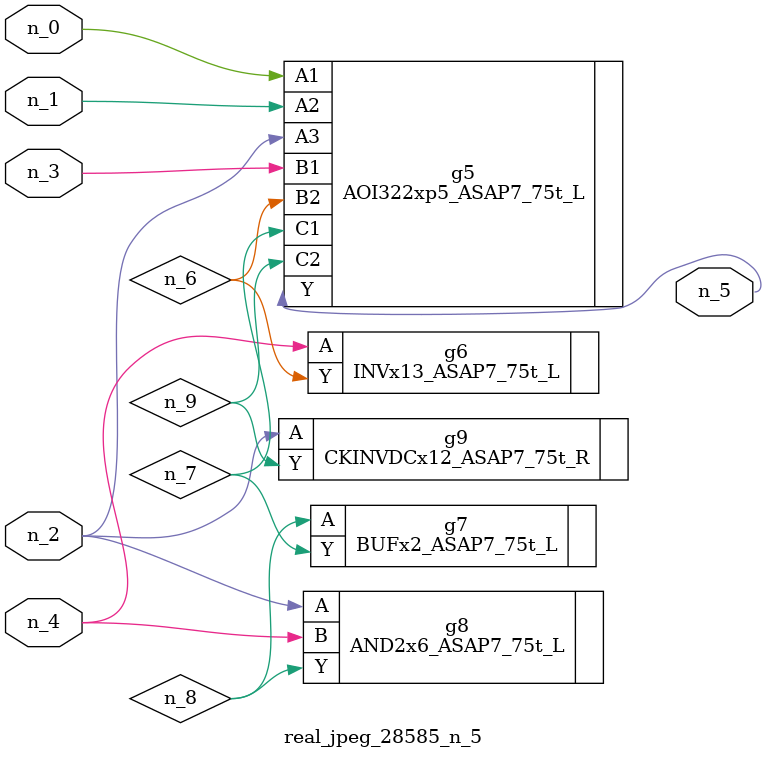
<source format=v>
module real_jpeg_28585_n_5 (n_4, n_0, n_1, n_2, n_3, n_5);

input n_4;
input n_0;
input n_1;
input n_2;
input n_3;

output n_5;

wire n_8;
wire n_6;
wire n_7;
wire n_9;

AOI322xp5_ASAP7_75t_L g5 ( 
.A1(n_0),
.A2(n_1),
.A3(n_2),
.B1(n_3),
.B2(n_6),
.C1(n_7),
.C2(n_9),
.Y(n_5)
);

AND2x6_ASAP7_75t_L g8 ( 
.A(n_2),
.B(n_4),
.Y(n_8)
);

CKINVDCx12_ASAP7_75t_R g9 ( 
.A(n_2),
.Y(n_9)
);

INVx13_ASAP7_75t_L g6 ( 
.A(n_4),
.Y(n_6)
);

BUFx2_ASAP7_75t_L g7 ( 
.A(n_8),
.Y(n_7)
);


endmodule
</source>
